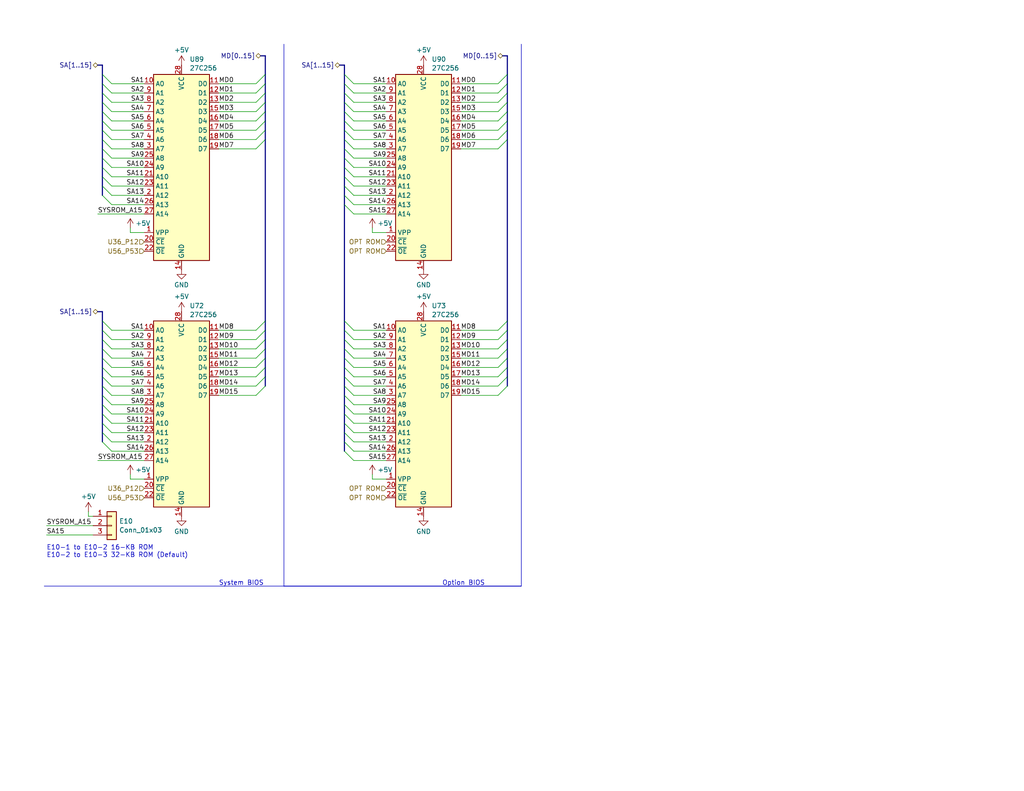
<source format=kicad_sch>
(kicad_sch (version 20230121) (generator eeschema)
  (paper "USLetter")
  (lib_symbols
    (symbol "Connector_Generic:Conn_01x03" (pin_names (offset 1.016) hide)
      (property "Reference" "J" (at 0 5.08 0))
      (property "Value" "Conn_01x03" (at 0 -5.08 0))
      (symbol "Conn_01x03_1_1"
        (rectangle (start -1.27 -2.413) (end 0 -2.667) (stroke (width 0.1524)))
        (rectangle (start -1.27 0.127) (end 0 -0.127) (stroke (width 0.1524)))
        (rectangle (start -1.27 2.667) (end 0 2.413) (stroke (width 0.1524)))
        (rectangle (start -1.27 3.81) (end 1.27 -3.81) (stroke (width 0.254)) (fill (type background)))
        (pin passive line (at -5.08 2.54 0) (length 3.81) (name "Pin_1") (number "1"))
        (pin passive line (at -5.08 0 0) (length 3.81) (name "Pin_2") (number "2"))
        (pin passive line (at -5.08 -2.54 0) (length 3.81) (name "Pin_3") (number "3"))
      )
    )
    (symbol "Memory_EPROM:27C256"
      (property "Reference" "U" (at -7.62 26.67 0))
      (property "Value" "27C256" (at 2.54 -26.67 0))
      (symbol "27C256_1_1"
        (rectangle (start -7.62 25.4) (end 7.62 -25.4) (stroke (width 0.254)) (fill (type background)))
        (pin input line (at -10.16 -17.78 0) (length 2.54) (name "VPP") (number "1"))
        (pin input line (at -10.16 22.86 0) (length 2.54) (name "A0") (number "10"))
        (pin tri_state line (at 10.16 22.86 180) (length 2.54) (name "D0") (number "11"))
        (pin tri_state line (at 10.16 20.32 180) (length 2.54) (name "D1") (number "12"))
        (pin tri_state line (at 10.16 17.78 180) (length 2.54) (name "D2") (number "13"))
        (pin power_in line (at 0 -27.94 90) (length 2.54) (name "GND") (number "14"))
        (pin tri_state line (at 10.16 15.24 180) (length 2.54) (name "D3") (number "15"))
        (pin tri_state line (at 10.16 12.7 180) (length 2.54) (name "D4") (number "16"))
        (pin tri_state line (at 10.16 10.16 180) (length 2.54) (name "D5") (number "17"))
        (pin tri_state line (at 10.16 7.62 180) (length 2.54) (name "D6") (number "18"))
        (pin tri_state line (at 10.16 5.08 180) (length 2.54) (name "D7") (number "19"))
        (pin input line (at -10.16 -7.62 0) (length 2.54) (name "A12") (number "2"))
        (pin input line (at -10.16 -20.32 0) (length 2.54) (name "~{CE}") (number "20"))
        (pin input line (at -10.16 -2.54 0) (length 2.54) (name "A10") (number "21"))
        (pin input line (at -10.16 -22.86 0) (length 2.54) (name "~{OE}") (number "22"))
        (pin input line (at -10.16 -5.08 0) (length 2.54) (name "A11") (number "23"))
        (pin input line (at -10.16 0 0) (length 2.54) (name "A9") (number "24"))
        (pin input line (at -10.16 2.54 0) (length 2.54) (name "A8") (number "25"))
        (pin input line (at -10.16 -10.16 0) (length 2.54) (name "A13") (number "26"))
        (pin input line (at -10.16 -12.7 0) (length 2.54) (name "A14") (number "27"))
        (pin power_in line (at 0 27.94 270) (length 2.54) (name "VCC") (number "28"))
        (pin input line (at -10.16 5.08 0) (length 2.54) (name "A7") (number "3"))
        (pin input line (at -10.16 7.62 0) (length 2.54) (name "A6") (number "4"))
        (pin input line (at -10.16 10.16 0) (length 2.54) (name "A5") (number "5"))
        (pin input line (at -10.16 12.7 0) (length 2.54) (name "A4") (number "6"))
        (pin input line (at -10.16 15.24 0) (length 2.54) (name "A3") (number "7"))
        (pin input line (at -10.16 17.78 0) (length 2.54) (name "A2") (number "8"))
        (pin input line (at -10.16 20.32 0) (length 2.54) (name "A1") (number "9"))
      )
    )
    (symbol "power:+5V" (power) (pin_names (offset 0))
      (property "Value" "+5V" (at 0 3.556 0))
      (symbol "+5V_0_1"
        (polyline (pts (xy -0.762 1.27) (xy 0 2.54)))
        (polyline (pts (xy 0 0) (xy 0 2.54)))
        (polyline (pts (xy 0 2.54) (xy 0.762 1.27)))
      )
      (symbol "+5V_1_1"
        (pin power_in line (at 0 0 90) (length 0) hide (name "+5V") (number "1"))
      )
    )
    (symbol "power:GND" (power) (pin_names (offset 0))
      (property "Value" "GND" (at 0 -3.81 0))
      (symbol "GND_0_1"
        (polyline (pts (xy 0 0) (xy 0 -1.27) (xy 1.27 -1.27) (xy 0 -2.54) (xy -1.27 -1.27) (xy 0 -1.27)))
      )
      (symbol "GND_1_1"
        (pin power_in line (at 0 0 270) (length 0) hide (name "GND") (number "1"))
      )
    )
  )
  (bus_entry (at 27.94 113.03) (size 2.54 2.54))
  (bus_entry (at 27.94 48.26) (size 2.54 2.54))
  (bus_entry (at 93.98 97.79) (size 2.54 2.54))
  (bus_entry (at 93.98 115.57) (size 2.54 2.54))
  (bus_entry (at 138.43 90.17) (size -2.54 2.54))
  (bus_entry (at 138.43 25.4) (size -2.54 2.54))
  (bus_entry (at 93.98 87.63) (size 2.54 2.54))
  (bus_entry (at 93.98 43.18) (size 2.54 2.54))
  (bus_entry (at 72.39 92.71) (size -2.54 2.54))
  (bus_entry (at 72.39 100.33) (size -2.54 2.54))
  (bus_entry (at 138.43 30.48) (size -2.54 2.54))
  (bus_entry (at 138.43 87.63) (size -2.54 2.54))
  (bus_entry (at 93.98 107.95) (size 2.54 2.54))
  (bus_entry (at 27.94 97.79) (size 2.54 2.54))
  (bus_entry (at 93.98 95.25) (size 2.54 2.54))
  (bus_entry (at 27.94 92.71) (size 2.54 2.54))
  (bus_entry (at 93.98 25.4) (size 2.54 2.54))
  (bus_entry (at 93.98 100.33) (size 2.54 2.54))
  (bus_entry (at 93.98 105.41) (size 2.54 2.54))
  (bus_entry (at 93.98 92.71) (size 2.54 2.54))
  (bus_entry (at 138.43 105.41) (size -2.54 2.54))
  (bus_entry (at 27.94 20.32) (size 2.54 2.54))
  (bus_entry (at 138.43 95.25) (size -2.54 2.54))
  (bus_entry (at 27.94 120.65) (size 2.54 2.54))
  (bus_entry (at 138.43 97.79) (size -2.54 2.54))
  (bus_entry (at 138.43 20.32) (size -2.54 2.54))
  (bus_entry (at 93.98 38.1) (size 2.54 2.54))
  (bus_entry (at 27.94 118.11) (size 2.54 2.54))
  (bus_entry (at 72.39 22.86) (size -2.54 2.54))
  (bus_entry (at 93.98 22.86) (size 2.54 2.54))
  (bus_entry (at 27.94 40.64) (size 2.54 2.54))
  (bus_entry (at 138.43 38.1) (size -2.54 2.54))
  (bus_entry (at 138.43 102.87) (size -2.54 2.54))
  (bus_entry (at 93.98 90.17) (size 2.54 2.54))
  (bus_entry (at 93.98 118.11) (size 2.54 2.54))
  (bus_entry (at 27.94 27.94) (size 2.54 2.54))
  (bus_entry (at 138.43 92.71) (size -2.54 2.54))
  (bus_entry (at 93.98 102.87) (size 2.54 2.54))
  (bus_entry (at 27.94 35.56) (size 2.54 2.54))
  (bus_entry (at 138.43 33.02) (size -2.54 2.54))
  (bus_entry (at 93.98 35.56) (size 2.54 2.54))
  (bus_entry (at 27.94 115.57) (size 2.54 2.54))
  (bus_entry (at 27.94 50.8) (size 2.54 2.54))
  (bus_entry (at 27.94 105.41) (size 2.54 2.54))
  (bus_entry (at 27.94 22.86) (size 2.54 2.54))
  (bus_entry (at 27.94 33.02) (size 2.54 2.54))
  (bus_entry (at 27.94 110.49) (size 2.54 2.54))
  (bus_entry (at 138.43 35.56) (size -2.54 2.54))
  (bus_entry (at 72.39 38.1) (size -2.54 2.54))
  (bus_entry (at 93.98 30.48) (size 2.54 2.54))
  (bus_entry (at 27.94 45.72) (size 2.54 2.54))
  (bus_entry (at 27.94 95.25) (size 2.54 2.54))
  (bus_entry (at 138.43 27.94) (size -2.54 2.54))
  (bus_entry (at 93.98 20.32) (size 2.54 2.54))
  (bus_entry (at 93.98 50.8) (size 2.54 2.54))
  (bus_entry (at 72.39 90.17) (size -2.54 2.54))
  (bus_entry (at 93.98 45.72) (size 2.54 2.54))
  (bus_entry (at 72.39 97.79) (size -2.54 2.54))
  (bus_entry (at 27.94 90.17) (size 2.54 2.54))
  (bus_entry (at 72.39 87.63) (size -2.54 2.54))
  (bus_entry (at 93.98 48.26) (size 2.54 2.54))
  (bus_entry (at 93.98 55.88) (size 2.54 2.54))
  (bus_entry (at 93.98 53.34) (size 2.54 2.54))
  (bus_entry (at 27.94 107.95) (size 2.54 2.54))
  (bus_entry (at 93.98 40.64) (size 2.54 2.54))
  (bus_entry (at 93.98 113.03) (size 2.54 2.54))
  (bus_entry (at 93.98 110.49) (size 2.54 2.54))
  (bus_entry (at 93.98 123.19) (size 2.54 2.54))
  (bus_entry (at 93.98 27.94) (size 2.54 2.54))
  (bus_entry (at 72.39 102.87) (size -2.54 2.54))
  (bus_entry (at 93.98 33.02) (size 2.54 2.54))
  (bus_entry (at 72.39 33.02) (size -2.54 2.54))
  (bus_entry (at 72.39 20.32) (size -2.54 2.54))
  (bus_entry (at 27.94 25.4) (size 2.54 2.54))
  (bus_entry (at 27.94 53.34) (size 2.54 2.54))
  (bus_entry (at 27.94 100.33) (size 2.54 2.54))
  (bus_entry (at 93.98 120.65) (size 2.54 2.54))
  (bus_entry (at 138.43 100.33) (size -2.54 2.54))
  (bus_entry (at 72.39 35.56) (size -2.54 2.54))
  (bus_entry (at 72.39 25.4) (size -2.54 2.54))
  (bus_entry (at 27.94 38.1) (size 2.54 2.54))
  (bus_entry (at 27.94 30.48) (size 2.54 2.54))
  (bus_entry (at 27.94 102.87) (size 2.54 2.54))
  (bus_entry (at 72.39 27.94) (size -2.54 2.54))
  (bus_entry (at 72.39 95.25) (size -2.54 2.54))
  (bus_entry (at 138.43 22.86) (size -2.54 2.54))
  (bus_entry (at 27.94 43.18) (size 2.54 2.54))
  (bus_entry (at 72.39 30.48) (size -2.54 2.54))
  (bus_entry (at 27.94 87.63) (size 2.54 2.54))
  (bus_entry (at 72.39 105.41) (size -2.54 2.54))
  (bus (pts (xy 93.98 45.72) (xy 93.98 48.26)))
  (wire (pts (xy 30.48 102.87) (xy 39.37 102.87)))
  (wire (pts (xy 30.48 33.02) (xy 39.37 33.02)))
  (wire (pts (xy 96.52 30.48) (xy 105.41 30.48)))
  (bus (pts (xy 27.94 110.49) (xy 27.94 113.03)))
  (wire (pts (xy 96.52 43.18) (xy 105.41 43.18)))
  (wire (pts (xy 125.73 90.17) (xy 135.89 90.17)))
  (wire (pts (xy 30.48 105.41) (xy 39.37 105.41)))
  (wire (pts (xy 30.48 115.57) (xy 39.37 115.57)))
  (wire (pts (xy 59.69 107.95) (xy 69.85 107.95)))
  (bus (pts (xy 93.98 55.88) (xy 93.98 87.63)))
  (wire (pts (xy 125.73 22.86) (xy 135.89 22.86)))
  (bus (pts (xy 71.12 15.24) (xy 72.39 15.24)))
  (bus (pts (xy 27.94 33.02) (xy 27.94 35.56)))
  (bus (pts (xy 72.39 20.32) (xy 72.39 22.86)))
  (bus (pts (xy 93.98 105.41) (xy 93.98 107.95)))
  (wire (pts (xy 30.48 118.11) (xy 39.37 118.11)))
  (bus (pts (xy 27.94 48.26) (xy 27.94 50.8)))
  (wire (pts (xy 30.48 25.4) (xy 39.37 25.4)))
  (wire (pts (xy 101.6 130.81) (xy 105.41 130.81)))
  (bus (pts (xy 138.43 27.94) (xy 138.43 30.48)))
  (bus (pts (xy 93.98 48.26) (xy 93.98 50.8)))
  (bus (pts (xy 93.98 50.8) (xy 93.98 53.34)))
  (bus (pts (xy 93.98 35.56) (xy 93.98 38.1)))
  (bus (pts (xy 26.67 85.09) (xy 27.94 85.09)))
  (wire (pts (xy 30.48 30.48) (xy 39.37 30.48)))
  (bus (pts (xy 93.98 53.34) (xy 93.98 55.88)))
  (wire (pts (xy 96.52 90.17) (xy 105.41 90.17)))
  (wire (pts (xy 30.48 22.86) (xy 39.37 22.86)))
  (bus (pts (xy 72.39 92.71) (xy 72.39 95.25)))
  (bus (pts (xy 93.98 38.1) (xy 93.98 40.64)))
  (wire (pts (xy 30.48 123.19) (xy 39.37 123.19)))
  (wire (pts (xy 96.52 48.26) (xy 105.41 48.26)))
  (bus (pts (xy 138.43 38.1) (xy 138.43 87.63)))
  (bus (pts (xy 93.98 102.87) (xy 93.98 105.41)))
  (wire (pts (xy 96.52 115.57) (xy 105.41 115.57)))
  (bus (pts (xy 93.98 120.65) (xy 93.98 123.19)))
  (wire (pts (xy 30.48 120.65) (xy 39.37 120.65)))
  (bus (pts (xy 138.43 87.63) (xy 138.43 90.17)))
  (wire (pts (xy 96.52 107.95) (xy 105.41 107.95)))
  (bus (pts (xy 138.43 102.87) (xy 138.43 105.41)))
  (bus (pts (xy 27.94 40.64) (xy 27.94 43.18)))
  (bus (pts (xy 27.94 17.78) (xy 27.94 20.32)))
  (bus (pts (xy 93.98 33.02) (xy 93.98 35.56)))
  (wire (pts (xy 35.56 63.5) (xy 39.37 63.5)))
  (wire (pts (xy 96.52 33.02) (xy 105.41 33.02)))
  (bus (pts (xy 72.39 87.63) (xy 72.39 90.17)))
  (wire (pts (xy 30.48 38.1) (xy 39.37 38.1)))
  (wire (pts (xy 30.48 48.26) (xy 39.37 48.26)))
  (wire (pts (xy 125.73 105.41) (xy 135.89 105.41)))
  (wire (pts (xy 59.69 25.4) (xy 69.85 25.4)))
  (wire (pts (xy 96.52 92.71) (xy 105.41 92.71)))
  (bus (pts (xy 27.94 25.4) (xy 27.94 27.94)))
  (wire (pts (xy 96.52 100.33) (xy 105.41 100.33)))
  (bus (pts (xy 72.39 15.24) (xy 72.39 20.32)))
  (wire (pts (xy 125.73 30.48) (xy 135.89 30.48)))
  (wire (pts (xy 125.73 92.71) (xy 135.89 92.71)))
  (wire (pts (xy 96.52 40.64) (xy 105.41 40.64)))
  (bus (pts (xy 72.39 25.4) (xy 72.39 27.94)))
  (wire (pts (xy 59.69 92.71) (xy 69.85 92.71)))
  (wire (pts (xy 30.48 50.8) (xy 39.37 50.8)))
  (bus (pts (xy 72.39 90.17) (xy 72.39 92.71)))
  (wire (pts (xy 125.73 40.64) (xy 135.89 40.64)))
  (bus (pts (xy 138.43 25.4) (xy 138.43 27.94)))
  (bus (pts (xy 27.94 95.25) (xy 27.94 97.79)))
  (wire (pts (xy 30.48 45.72) (xy 39.37 45.72)))
  (wire (pts (xy 96.52 110.49) (xy 105.41 110.49)))
  (wire (pts (xy 59.69 90.17) (xy 69.85 90.17)))
  (wire (pts (xy 25.4 140.97) (xy 24.13 140.97)))
  (wire (pts (xy 30.48 43.18) (xy 39.37 43.18)))
  (wire (pts (xy 96.52 38.1) (xy 105.41 38.1)))
  (wire (pts (xy 96.52 45.72) (xy 105.41 45.72)))
  (bus (pts (xy 93.98 30.48) (xy 93.98 33.02)))
  (wire (pts (xy 30.48 35.56) (xy 39.37 35.56)))
  (wire (pts (xy 96.52 95.25) (xy 105.41 95.25)))
  (bus (pts (xy 93.98 97.79) (xy 93.98 100.33)))
  (wire (pts (xy 30.48 97.79) (xy 39.37 97.79)))
  (bus (pts (xy 138.43 100.33) (xy 138.43 102.87)))
  (bus (pts (xy 72.39 95.25) (xy 72.39 97.79)))
  (bus (pts (xy 93.98 20.32) (xy 93.98 22.86)))
  (bus (pts (xy 138.43 20.32) (xy 138.43 22.86)))
  (wire (pts (xy 96.52 58.42) (xy 105.41 58.42)))
  (wire (pts (xy 30.48 107.95) (xy 39.37 107.95)))
  (wire (pts (xy 96.52 22.86) (xy 105.41 22.86)))
  (wire (pts (xy 30.48 27.94) (xy 39.37 27.94)))
  (bus (pts (xy 138.43 30.48) (xy 138.43 33.02)))
  (wire (pts (xy 59.69 27.94) (xy 69.85 27.94)))
  (polyline (pts (xy 142.24 12.065) (xy 142.24 160.02)))
  (wire (pts (xy 59.69 105.41) (xy 69.85 105.41)))
  (wire (pts (xy 59.69 40.64) (xy 69.85 40.64)))
  (wire (pts (xy 125.73 107.95) (xy 135.89 107.95)))
  (bus (pts (xy 72.39 97.79) (xy 72.39 100.33)))
  (bus (pts (xy 93.98 92.71) (xy 93.98 95.25)))
  (bus (pts (xy 93.98 87.63) (xy 93.98 90.17)))
  (wire (pts (xy 125.73 38.1) (xy 135.89 38.1)))
  (wire (pts (xy 59.69 97.79) (xy 69.85 97.79)))
  (wire (pts (xy 59.69 100.33) (xy 69.85 100.33)))
  (wire (pts (xy 96.52 120.65) (xy 105.41 120.65)))
  (bus (pts (xy 93.98 95.25) (xy 93.98 97.79)))
  (bus (pts (xy 93.98 43.18) (xy 93.98 45.72)))
  (wire (pts (xy 125.73 100.33) (xy 135.89 100.33)))
  (bus (pts (xy 72.39 38.1) (xy 72.39 87.63)))
  (wire (pts (xy 30.48 55.88) (xy 39.37 55.88)))
  (bus (pts (xy 138.43 33.02) (xy 138.43 35.56)))
  (bus (pts (xy 27.94 50.8) (xy 27.94 53.34)))
  (bus (pts (xy 27.94 115.57) (xy 27.94 118.11)))
  (bus (pts (xy 92.71 17.78) (xy 93.98 17.78)))
  (wire (pts (xy 96.52 105.41) (xy 105.41 105.41)))
  (wire (pts (xy 96.52 102.87) (xy 105.41 102.87)))
  (wire (pts (xy 125.73 95.25) (xy 135.89 95.25)))
  (bus (pts (xy 27.94 107.95) (xy 27.94 110.49)))
  (wire (pts (xy 101.6 129.54) (xy 101.6 130.81)))
  (wire (pts (xy 96.52 123.19) (xy 105.41 123.19)))
  (wire (pts (xy 59.69 38.1) (xy 69.85 38.1)))
  (bus (pts (xy 138.43 35.56) (xy 138.43 38.1)))
  (bus (pts (xy 27.94 22.86) (xy 27.94 25.4)))
  (bus (pts (xy 93.98 100.33) (xy 93.98 102.87)))
  (wire (pts (xy 96.52 55.88) (xy 105.41 55.88)))
  (wire (pts (xy 30.48 113.03) (xy 39.37 113.03)))
  (bus (pts (xy 93.98 107.95) (xy 93.98 110.49)))
  (polyline (pts (xy 12.065 160.02) (xy 77.47 160.02)))
  (wire (pts (xy 96.52 97.79) (xy 105.41 97.79)))
  (bus (pts (xy 27.94 27.94) (xy 27.94 30.48)))
  (bus (pts (xy 93.98 25.4) (xy 93.98 27.94)))
  (bus (pts (xy 27.94 92.71) (xy 27.94 95.25)))
  (bus (pts (xy 72.39 102.87) (xy 72.39 105.41)))
  (bus (pts (xy 72.39 27.94) (xy 72.39 30.48)))
  (wire (pts (xy 125.73 97.79) (xy 135.89 97.79)))
  (wire (pts (xy 96.52 50.8) (xy 105.41 50.8)))
  (polyline (pts (xy 77.47 12.065) (xy 77.47 160.02)))
  (wire (pts (xy 125.73 102.87) (xy 135.89 102.87)))
  (bus (pts (xy 93.98 115.57) (xy 93.98 118.11)))
  (bus (pts (xy 27.94 105.41) (xy 27.94 107.95)))
  (bus (pts (xy 93.98 110.49) (xy 93.98 113.03)))
  (wire (pts (xy 96.52 53.34) (xy 105.41 53.34)))
  (wire (pts (xy 96.52 113.03) (xy 105.41 113.03)))
  (wire (pts (xy 96.52 27.94) (xy 105.41 27.94)))
  (bus (pts (xy 27.94 85.09) (xy 27.94 87.63)))
  (wire (pts (xy 96.52 125.73) (xy 105.41 125.73)))
  (bus (pts (xy 93.98 113.03) (xy 93.98 115.57)))
  (wire (pts (xy 30.48 40.64) (xy 39.37 40.64)))
  (wire (pts (xy 96.52 25.4) (xy 105.41 25.4)))
  (wire (pts (xy 35.56 130.81) (xy 39.37 130.81)))
  (bus (pts (xy 27.94 97.79) (xy 27.94 100.33)))
  (wire (pts (xy 125.73 35.56) (xy 135.89 35.56)))
  (wire (pts (xy 125.73 27.94) (xy 135.89 27.94)))
  (bus (pts (xy 72.39 22.86) (xy 72.39 25.4)))
  (bus (pts (xy 93.98 22.86) (xy 93.98 25.4)))
  (wire (pts (xy 12.7 143.51) (xy 25.4 143.51)))
  (wire (pts (xy 26.67 125.73) (xy 39.37 125.73)))
  (bus (pts (xy 93.98 40.64) (xy 93.98 43.18)))
  (bus (pts (xy 27.94 102.87) (xy 27.94 105.41)))
  (bus (pts (xy 72.39 33.02) (xy 72.39 35.56)))
  (bus (pts (xy 138.43 90.17) (xy 138.43 92.71)))
  (bus (pts (xy 27.94 87.63) (xy 27.94 90.17)))
  (bus (pts (xy 72.39 30.48) (xy 72.39 33.02)))
  (bus (pts (xy 26.67 17.78) (xy 27.94 17.78)))
  (wire (pts (xy 125.73 25.4) (xy 135.89 25.4)))
  (bus (pts (xy 138.43 95.25) (xy 138.43 97.79)))
  (bus (pts (xy 27.94 113.03) (xy 27.94 115.57)))
  (polyline (pts (xy 77.47 160.02) (xy 142.24 160.02)))
  (polyline (pts (xy 77.47 160.02) (xy 142.24 160.02)))
  (bus (pts (xy 138.43 97.79) (xy 138.43 100.33)))
  (wire (pts (xy 30.48 110.49) (xy 39.37 110.49)))
  (wire (pts (xy 125.73 33.02) (xy 135.89 33.02)))
  (wire (pts (xy 59.69 33.02) (xy 69.85 33.02)))
  (bus (pts (xy 27.94 43.18) (xy 27.94 45.72)))
  (wire (pts (xy 30.48 95.25) (xy 39.37 95.25)))
  (bus (pts (xy 138.43 15.24) (xy 138.43 20.32)))
  (wire (pts (xy 30.48 100.33) (xy 39.37 100.33)))
  (wire (pts (xy 30.48 92.71) (xy 39.37 92.71)))
  (wire (pts (xy 59.69 95.25) (xy 69.85 95.25)))
  (bus (pts (xy 27.94 38.1) (xy 27.94 40.64)))
  (bus (pts (xy 137.16 15.24) (xy 138.43 15.24)))
  (wire (pts (xy 59.69 35.56) (xy 69.85 35.56)))
  (bus (pts (xy 138.43 92.71) (xy 138.43 95.25)))
  (wire (pts (xy 59.69 102.87) (xy 69.85 102.87)))
  (bus (pts (xy 93.98 17.78) (xy 93.98 20.32)))
  (bus (pts (xy 27.94 100.33) (xy 27.94 102.87)))
  (bus (pts (xy 27.94 35.56) (xy 27.94 38.1)))
  (wire (pts (xy 24.13 140.97) (xy 24.13 139.7)))
  (bus (pts (xy 72.39 100.33) (xy 72.39 102.87)))
  (wire (pts (xy 101.6 62.23) (xy 101.6 63.5)))
  (wire (pts (xy 26.67 58.42) (xy 39.37 58.42)))
  (wire (pts (xy 35.56 129.54) (xy 35.56 130.81)))
  (bus (pts (xy 138.43 22.86) (xy 138.43 25.4)))
  (wire (pts (xy 12.7 146.05) (xy 25.4 146.05)))
  (bus (pts (xy 72.39 35.56) (xy 72.39 38.1)))
  (wire (pts (xy 59.69 30.48) (xy 69.85 30.48)))
  (bus (pts (xy 27.94 90.17) (xy 27.94 92.71)))
  (bus (pts (xy 27.94 20.32) (xy 27.94 22.86)))
  (bus (pts (xy 27.94 45.72) (xy 27.94 48.26)))
  (wire (pts (xy 30.48 53.34) (xy 39.37 53.34)))
  (bus (pts (xy 93.98 90.17) (xy 93.98 92.71)))
  (wire (pts (xy 96.52 118.11) (xy 105.41 118.11)))
  (wire (pts (xy 35.56 62.23) (xy 35.56 63.5)))
  (wire (pts (xy 59.69 22.86) (xy 69.85 22.86)))
  (bus (pts (xy 27.94 30.48) (xy 27.94 33.02)))
  (bus (pts (xy 93.98 118.11) (xy 93.98 120.65)))
  (bus (pts (xy 27.94 118.11) (xy 27.94 120.65)))
  (wire (pts (xy 101.6 63.5) (xy 105.41 63.5)))
  (wire (pts (xy 30.48 90.17) (xy 39.37 90.17)))
  (bus (pts (xy 93.98 27.94) (xy 93.98 30.48)))
  (wire (pts (xy 96.52 35.56) (xy 105.41 35.56)))
  (text "E10-1 to E10-2 16-KB ROM\nE10-2 to E10-3 32-KB ROM (Default)" (at 12.7 152.4 0) (effects (font (size 1.27 1.27)) (justify left bottom)))
  (text "System BIOS" (at 59.69 160.02 0) (effects (font (size 1.27 1.27)) (justify left bottom)))
  (text "Option BIOS" (at 120.65 160.02 0) (effects (font (size 1.27 1.27)) (justify left bottom)))
  (label "SA15" (at 105.41 125.73 180))
  (label "MD9" (at 125.73 92.71 0))
  (label "MD14" (at 59.69 105.41 0))
  (label "SA8" (at 105.41 40.64 180))
  (label "MD0" (at 125.73 22.86 0))
  (label "MD3" (at 125.73 30.48 0))
  (label "SA3" (at 39.37 95.25 180))
  (label "MD12" (at 125.73 100.33 0))
  (label "SA9" (at 39.37 43.18 180))
  (label "SA12" (at 39.37 118.11 180))
  (label "SA8" (at 105.41 107.95 180))
  (label "SA2" (at 105.41 25.4 180))
  (label "SA7" (at 105.41 38.1 180))
  (label "MD3" (at 59.69 30.48 0))
  (label "SA12" (at 105.41 118.11 180))
  (label "MD15" (at 59.69 107.95 0))
  (label "SA10" (at 39.37 113.03 180))
  (label "SA14" (at 105.41 123.19 180))
  (label "MD2" (at 59.69 27.94 0))
  (label "SA13" (at 105.41 53.34 180))
  (label "SA5" (at 39.37 100.33 180))
  (label "SA9" (at 105.41 110.49 180))
  (label "SYSROM_A15" (at 12.7 143.51 0))
  (label "SA14" (at 105.41 55.88 180))
  (label "SA11" (at 39.37 48.26 180))
  (label "MD2" (at 125.73 27.94 0))
  (label "SA8" (at 39.37 40.64 180))
  (label "SA8" (at 39.37 107.95 180))
  (label "SA4" (at 105.41 30.48 180))
  (label "MD7" (at 59.69 40.64 0))
  (label "SA7" (at 39.37 105.41 180))
  (label "MD7" (at 125.73 40.64 0))
  (label "SA5" (at 105.41 100.33 180))
  (label "MD13" (at 125.73 102.87 0))
  (label "SA11" (at 105.41 115.57 180))
  (label "SA2" (at 39.37 92.71 180))
  (label "SA6" (at 105.41 35.56 180))
  (label "MD10" (at 125.73 95.25 0))
  (label "MD8" (at 125.73 90.17 0))
  (label "MD13" (at 59.69 102.87 0))
  (label "MD11" (at 125.73 97.79 0))
  (label "MD5" (at 59.69 35.56 0))
  (label "MD11" (at 59.69 97.79 0))
  (label "SA14" (at 39.37 55.88 180))
  (label "SA15" (at 105.41 58.42 180))
  (label "SA9" (at 39.37 110.49 180))
  (label "SA5" (at 105.41 33.02 180))
  (label "MD14" (at 125.73 105.41 0))
  (label "MD8" (at 59.69 90.17 0))
  (label "SA13" (at 39.37 120.65 180))
  (label "SA3" (at 105.41 95.25 180))
  (label "SA1" (at 105.41 22.86 180))
  (label "SA10" (at 105.41 45.72 180))
  (label "MD15" (at 125.73 107.95 0))
  (label "SYSROM_A15" (at 26.67 125.73 0))
  (label "SA4" (at 39.37 30.48 180))
  (label "SA9" (at 105.41 43.18 180))
  (label "SA4" (at 105.41 97.79 180))
  (label "SA4" (at 39.37 97.79 180))
  (label "SA1" (at 105.41 90.17 180))
  (label "SYSROM_A15" (at 26.67 58.42 0))
  (label "SA14" (at 39.37 123.19 180))
  (label "MD12" (at 59.69 100.33 0))
  (label "SA10" (at 39.37 45.72 180))
  (label "SA6" (at 39.37 35.56 180))
  (label "MD6" (at 59.69 38.1 0))
  (label "MD1" (at 125.73 25.4 0))
  (label "SA7" (at 105.41 105.41 180))
  (label "MD9" (at 59.69 92.71 0))
  (label "SA3" (at 105.41 27.94 180))
  (label "MD4" (at 59.69 33.02 0))
  (label "MD4" (at 125.73 33.02 0))
  (label "SA2" (at 105.41 92.71 180))
  (label "SA6" (at 39.37 102.87 180))
  (label "SA15" (at 12.7 146.05 0))
  (label "SA11" (at 105.41 48.26 180))
  (label "SA5" (at 39.37 33.02 180))
  (label "SA1" (at 39.37 90.17 180))
  (label "SA12" (at 105.41 50.8 180))
  (label "SA13" (at 39.37 53.34 180))
  (label "MD6" (at 125.73 38.1 0))
  (label "SA7" (at 39.37 38.1 180))
  (label "SA1" (at 39.37 22.86 180))
  (label "SA3" (at 39.37 27.94 180))
  (label "MD1" (at 59.69 25.4 0))
  (label "MD10" (at 59.69 95.25 0))
  (label "SA12" (at 39.37 50.8 180))
  (label "SA13" (at 105.41 120.65 180))
  (label "SA11" (at 39.37 115.57 180))
  (label "SA6" (at 105.41 102.87 180))
  (label "MD0" (at 59.69 22.86 0))
  (label "SA10" (at 105.41 113.03 180))
  (label "MD5" (at 125.73 35.56 0))
  (label "SA2" (at 39.37 25.4 180))
  (hierarchical_label "U56_P53" (shape input) (at 39.37 68.58 180))
  (hierarchical_label "SA[1..15]" (shape bidirectional) (at 26.67 17.78 180))
  (hierarchical_label "U36_P12" (shape input) (at 39.37 133.35 180))
  (hierarchical_label "SA[1..15]" (shape bidirectional) (at 92.71 17.78 180))
  (hierarchical_label "MD[0..15]" (shape bidirectional) (at 71.12 15.24 180))
  (hierarchical_label "U36_P12" (shape input) (at 39.37 66.04 180))
  (hierarchical_label "MD[0..15]" (shape bidirectional) (at 137.16 15.24 180))
  (hierarchical_label "OPT ROM" (shape input) (at 105.41 135.89 180))
  (hierarchical_label "OPT ROM" (shape input) (at 105.41 66.04 180))
  (hierarchical_label "OPT ROM" (shape input) (at 105.41 68.58 180))
  (hierarchical_label "U56_P53" (shape input) (at 39.37 135.89 180))
  (hierarchical_label "SA[1..15]" (shape bidirectional) (at 26.67 85.09 180))
  (hierarchical_label "OPT ROM" (shape input) (at 105.41 133.35 180))
  (symbol (lib_id "power:+5V") (at 49.53 85.09 0) (unit 1)
    (property "Reference" "#PWR0136" (effects hide))
    (property "Value" "+5V" (at 49.53 80.9569 0))
  )
  (symbol (lib_id "power:+5V") (at 49.53 17.78 0) (unit 1)
    (property "Reference" "#PWR0148" (effects hide))
    (property "Value" "+5V" (at 49.53 13.6469 0))
  )
  (symbol (lib_id "power:+5V") (at 115.57 85.09 0) (unit 1)
    (property "Reference" "#PWR0144" (effects hide))
    (property "Value" "+5V" (at 115.57 80.9569 0))
  )
  (symbol (lib_id "power:GND") (at 49.53 140.97 0) (unit 1)
    (property "Reference" "#PWR0137" (effects hide))
    (property "Value" "GND" (at 49.53 145.1031 0))
  )
  (symbol (lib_id "power:GND") (at 49.53 73.66 0) (unit 1)
    (property "Reference" "#PWR0149" (effects hide))
    (property "Value" "GND" (at 49.53 77.7931 0))
  )
  (symbol (lib_id "Memory_EPROM:27C256") (at 115.57 45.72 0) (unit 1)
    (property "Reference" "U90" (at 117.7641 16.1757 0) (effects (justify left)))
    (property "Value" "27C256" (at 117.7641 18.5999 0) (effects (justify left)))
    (property "Footprint" "Package_DIP:DIP-28_W15.24mm" (effects hide))
    (property "Datasheet" "http://ww1.microchip.com/downloads/en/DeviceDoc/doc0014.pdf" (effects hide))
  )
  (symbol (lib_id "power:+5V") (at 101.6 62.23 0) (unit 1)
    (property "Reference" "#PWR0147" (effects hide))
    (property "Value" "+5V" (at 102.997 60.96 0) (effects (justify left)))
  )
  (symbol (lib_id "Memory_EPROM:27C256") (at 49.53 113.03 0) (unit 1)
    (property "Reference" "U72" (at 51.7241 83.4857 0) (effects (justify left)))
    (property "Value" "27C256" (at 51.7241 85.9099 0) (effects (justify left)))
    (property "Footprint" "Package_DIP:DIP-28_W15.24mm" (effects hide))
    (property "Datasheet" "http://ww1.microchip.com/downloads/en/DeviceDoc/doc0014.pdf" (effects hide))
  )
  (symbol (lib_id "power:GND") (at 115.57 140.97 0) (unit 1)
    (property "Reference" "#PWR0145" (effects hide))
    (property "Value" "GND" (at 115.57 145.1031 0))
  )
  (symbol (lib_id "power:+5V") (at 35.56 129.54 0) (unit 1)
    (property "Reference" "#PWR060" (effects hide))
    (property "Value" "+5V" (at 36.957 128.27 0) (effects (justify left)))
  )
  (symbol (lib_id "power:+5V") (at 101.6 129.54 0) (unit 1)
    (property "Reference" "#PWR0113" (effects hide))
    (property "Value" "+5V" (at 102.997 128.27 0) (effects (justify left)))
  )
  (symbol (lib_id "power:GND") (at 115.57 73.66 0) (unit 1)
    (property "Reference" "#PWR0151" (effects hide))
    (property "Value" "GND" (at 115.57 77.7931 0))
  )
  (symbol (lib_id "power:+5V") (at 35.56 62.23 0) (unit 1)
    (property "Reference" "#PWR0135" (effects hide))
    (property "Value" "+5V" (at 36.957 60.96 0) (effects (justify left)))
  )
  (symbol (lib_id "Connector_Generic:Conn_01x03") (at 30.48 143.51 0) (unit 1)
    (property "Reference" "E10" (at 32.512 142.2979 0) (effects (justify left)))
    (property "Value" "Conn_01x03" (at 32.512 144.7221 0) (effects (justify left)))
    (property "Footprint" "Connector_PinHeader_2.54mm:PinHeader_1x03_P2.54mm_Vertical" (effects hide))
  )
  (symbol (lib_id "Memory_EPROM:27C256") (at 49.53 45.72 0) (unit 1)
    (property "Reference" "U89" (at 51.7241 16.1757 0) (effects (justify left)))
    (property "Value" "27C256" (at 51.7241 18.5999 0) (effects (justify left)))
    (property "Footprint" "Package_DIP:DIP-28_W15.24mm" (effects hide))
    (property "Datasheet" "http://ww1.microchip.com/downloads/en/DeviceDoc/doc0014.pdf" (effects hide))
  )
  (symbol (lib_id "Memory_EPROM:27C256") (at 115.57 113.03 0) (unit 1)
    (property "Reference" "U73" (at 117.7641 83.4857 0) (effects (justify left)))
    (property "Value" "27C256" (at 117.7641 85.9099 0) (effects (justify left)))
    (property "Footprint" "Package_DIP:DIP-28_W15.24mm" (effects hide))
    (property "Datasheet" "http://ww1.microchip.com/downloads/en/DeviceDoc/doc0014.pdf" (effects hide))
  )
  (symbol (lib_id "power:+5V") (at 24.13 139.7 0) (unit 1)
    (property "Reference" "#PWR0146" (effects hide))
    (property "Value" "+5V" (at 24.13 135.5669 0))
  )
  (symbol (lib_id "power:+5V") (at 115.57 17.78 0) (unit 1)
    (property "Reference" "#PWR0153" (effects hide))
    (property "Value" "+5V" (at 115.57 13.6469 0))
  )
)
</source>
